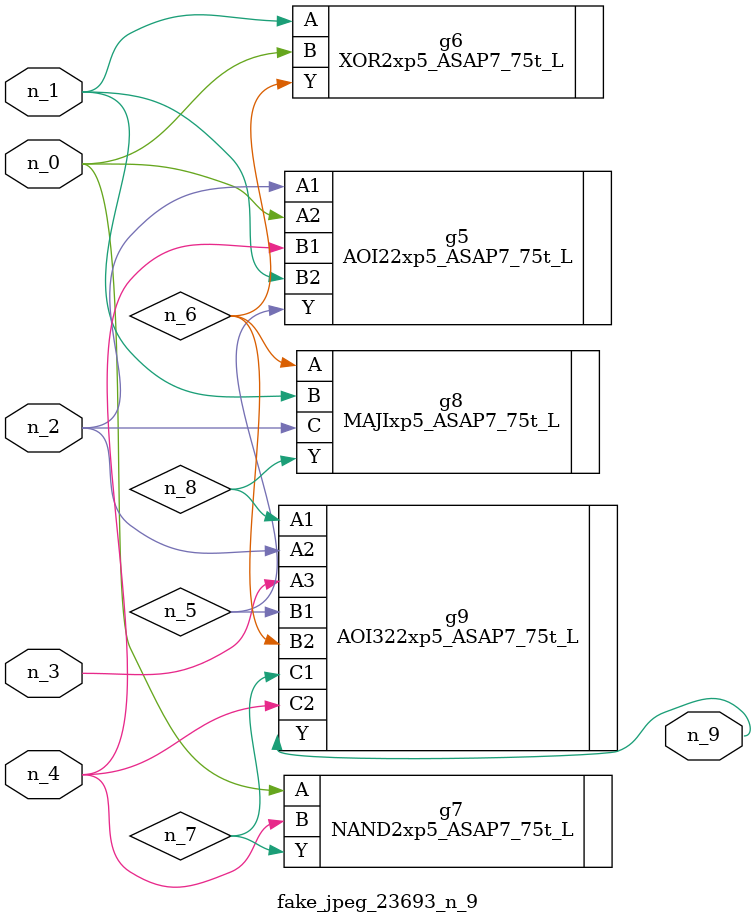
<source format=v>
module fake_jpeg_23693_n_9 (n_3, n_2, n_1, n_0, n_4, n_9);

input n_3;
input n_2;
input n_1;
input n_0;
input n_4;

output n_9;

wire n_8;
wire n_6;
wire n_5;
wire n_7;

AOI22xp5_ASAP7_75t_L g5 ( 
.A1(n_2),
.A2(n_0),
.B1(n_4),
.B2(n_1),
.Y(n_5)
);

XOR2xp5_ASAP7_75t_L g6 ( 
.A(n_1),
.B(n_0),
.Y(n_6)
);

NAND2xp5_ASAP7_75t_L g7 ( 
.A(n_0),
.B(n_4),
.Y(n_7)
);

MAJIxp5_ASAP7_75t_L g8 ( 
.A(n_6),
.B(n_1),
.C(n_2),
.Y(n_8)
);

AOI322xp5_ASAP7_75t_L g9 ( 
.A1(n_8),
.A2(n_2),
.A3(n_3),
.B1(n_5),
.B2(n_6),
.C1(n_7),
.C2(n_4),
.Y(n_9)
);


endmodule
</source>
